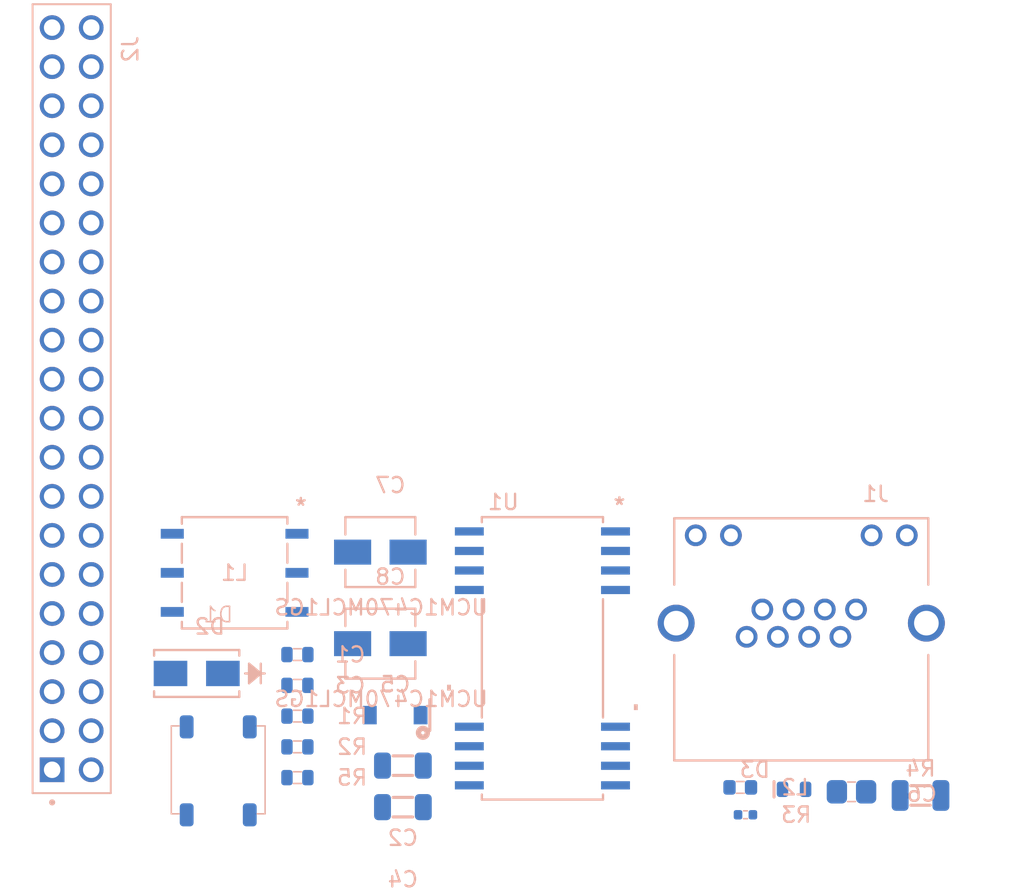
<source format=kicad_pcb>
(kicad_pcb (version 20240108) (generator "pcbnew") (generator_version "8.0")
  (layers (0 "F.Cu" signal) (31 "B.Cu" signal) (34 "B.Paste" user) (35 "F.Paste" user) (36 "B.SilkS" user "B.Silkscreen") (37 "F.SilkS" user "F.Silkscreen") (38 "B.Mask" user) (39 "F.Mask" user) (44 "Edge.Cuts" user))
  (net 0 "")
  (net 1 "+3.3V")
  (net 2 "GND")
  (net 3 "+5V")
  (net 4 "Earth")
  (net 5 "/RJ45_SHIELD")
  (net 6 "Net-(D1-Pad1)")
  (net 7 "Net-(D1-Pad2)")
  (net 8 "Net-(D3-Pad1)")
  (net 9 "Net-(J1-Pad10)")
  (net 12 "/A_RS485")
  (net 13 "Net-(J1-Pad12)")
  (net 14 "/Y_RS485")
  (net 15 "/B_RS485")
  (net 16 "/Z_RS485")
  (net 45 "Net-(J2-PWM1{slash}GPIO13)")
  (net 49 "Net-(U1-ST2)")
  (net 51 "Net-(U1-ST1)")
  (footprint "AVR-KiCAD-Lib-Connectors:AMPHENOL_RJHSE-5381" (layer "B.Cu") (at 149.435296 72.215 180)
    (property "Reference" "J1" (at -4.83263 11.82727 0) (layer "B.SilkS") (effects (font (size 1.00137 1.00137)) (justify mirror)))
    (property "Value" "RJHSE-5381")
    (fp_line (start 8.255 10.25) (end -8.255 10.25) (stroke (width 0.1524)) (layer "B.SilkS"))
    (fp_line (start 8.255 5.93) (end 8.255 10.25) (stroke (width 0.1524)) (layer "B.SilkS"))
    (fp_line (start 8.255 -5.5) (end 8.255 1.36) (stroke (width 0.1524)) (layer "B.SilkS"))
    (fp_line (start -8.255 10.25) (end -8.255 5.93) (stroke (width 0.1524)) (layer "B.SilkS"))
    (fp_line (start -8.255 1.36) (end -8.255 -5.5) (stroke (width 0.1524)) (layer "B.SilkS"))
    (fp_line (start -8.255 -5.5) (end 8.255 -5.5) (stroke (width 0.1524)) (layer "B.SilkS"))
    (pad "" np_thru_hole circle (at -6.35 0 180) (size 3.25 3.25) (drill 3.25) (layers "*.Cu" "*.Mask"))
    (pad "" np_thru_hole circle (at 6.35 0 180) (size 3.25 3.25) (drill 3.25) (layers "*.Cu" "*.Mask"))
    (pad "1" thru_hole circle (at 3.55 2.54 180) (size 1.408 1.408) (drill 0.9) (layers "*.Cu" "*.Mask") (net 12 "/A_RS485"))
    (pad "2" thru_hole circle (at 2.53 4.32 180) (size 1.408 1.408) (drill 0.9) (layers "*.Cu" "*.Mask") (net 15 "/B_RS485"))
    (pad "3" thru_hole circle (at 1.52 2.54 180) (size 1.408 1.408) (drill 0.9) (layers "*.Cu" "*.Mask"))
    (pad "4" thru_hole circle (at 0.5 4.32 180) (size 1.408 1.408) (drill 0.9) (layers "*.Cu" "*.Mask"))
    (pad "5" thru_hole circle (at -0.51 2.54 180) (size 1.408 1.408) (drill 0.9) (layers "*.Cu" "*.Mask"))
    (pad "6" thru_hole circle (at -1.53 4.32 180) (size 1.408 1.408) (drill 0.9) (layers "*.Cu" "*.Mask"))
    (pad "7" thru_hole circle (at -2.54 2.54 180) (size 1.408 1.408) (drill 0.9) (layers "*.Cu" "*.Mask") (net 14 "/Y_RS485"))
    (pad "8" thru_hole circle (at -3.56 4.32 180) (size 1.408 1.408) (drill 0.9) (layers "*.Cu" "*.Mask") (net 16 "/Z_RS485"))
    (pad "9" thru_hole circle (at 6.86 9.14 180) (size 1.408 1.408) (drill 0.9) (layers "*.Cu" "*.Mask") (net 2 "GND"))
    (pad "10" thru_hole circle (at 4.57 9.14 180) (size 1.408 1.408) (drill 0.9) (layers "*.Cu" "*.Mask") (net 9 "Net-(J1-Pad10)"))
    (pad "11" thru_hole circle (at -4.57 9.14 180) (size 1.408 1.408) (drill 0.9) (layers "*.Cu" "*.Mask") (net 2 "GND"))
    (pad "12" thru_hole circle (at -6.86 9.14 180) (size 1.408 1.408) (drill 0.9) (layers "*.Cu" "*.Mask") (net 13 "Net-(J1-Pad12)"))
    (pad "S1" thru_hole circle (at 8.13 3.43 180) (size 2.4 2.4) (drill 1.6) (layers "*.Cu" "*.Mask") (net 5 "/RJ45_SHIELD"))
    (pad "S2" thru_hole circle (at -8.13 3.43 180) (size 2.4 2.4) (drill 1.6) (layers "*.Cu" "*.Mask") (net 5 "/RJ45_SHIELD"))
  )
  (footprint "AVR-KiCAD-Lib-Resistors:R1206" (layer "B.Cu") (at 157.185296 79.99 180)
    (property "Reference" "R4" (at 0 1.75 0) (layer "B.SilkS") (effects (justify mirror)))
    (property "Value" "RC1206FR-071ML")
    (fp_line (start 0.635 0.635) (end -0.635 0.635) (stroke (width 0.2)) (layer "B.SilkS"))
    (fp_line (start -0.635 -0.635) (end 0.635 -0.635) (stroke (width 0.2)) (layer "B.SilkS"))
    (pad "1" smd roundrect (at -1.325 0 180) (size 1.1 2) (layers "B.Cu" "B.Paste" "B.Mask") (net 2 "GND"))
    (pad "2" smd roundrect (at 1.325 0 180) (size 1.1 2) (layers "B.Cu" "B.Paste" "B.Mask") (net 5 "/RJ45_SHIELD"))
  )
  (footprint "AVR-KiCAD-Lib-Capacitors:C0603" (layer "B.Cu") (at 116.690296 72.83 180)
    (property "Reference" "C3" (at -3.429 0 0) (layer "B.SilkS") (effects (justify mirror)))
    (property "Value" "CL10B104JB8NNNC" (hide yes))
    (fp_line (start 0.254 0.381) (end -0.254 0.381) (stroke (width 0.1)) (layer "B.SilkS"))
    (fp_line (start 0.254 -0.381) (end -0.254 -0.381) (stroke (width 0.1)) (layer "B.SilkS"))
    (pad "1" smd roundrect (at -0.68 0 180) (size 0.74 1) (layers "B.Cu" "B.Paste" "B.Mask") (net 4 "Earth"))
    (pad "2" smd roundrect (at 0.68 0 180) (size 0.74 1) (layers "B.Cu" "B.Paste" "B.Mask") (net 3 "+5V"))
  )
  (footprint "AVR-KiCAD-Lib-Resistors:R0603" (layer "B.Cu") (at 116.690296 74.83 180)
    (property "Reference" "R1" (at -3.556 0 0) (layer "B.SilkS") (effects (justify mirror)))
    (property "Value" "RC0603FR-07470RL")
    (fp_line (start 0.254 0.381) (end -0.254 0.381) (stroke (width 0.1)) (layer "B.SilkS"))
    (fp_line (start 0.254 -0.381) (end -0.254 -0.381) (stroke (width 0.1)) (layer "B.SilkS"))
    (pad "1" smd roundrect (at -0.68 0 180) (size 0.74 1) (layers "B.Cu" "B.Paste" "B.Mask") (net 13 "Net-(J1-Pad12)"))
    (pad "2" smd roundrect (at 0.68 0 180) (size 0.74 1) (layers "B.Cu" "B.Paste" "B.Mask"))
  )
  (footprint "AVR-KiCAD-Lib-Diodes:D_SOD-123" (layer "B.Cu") (at 123.045296 74.765 180)
    (property "Reference" "C5" (at 0 2 0) (layer "B.SilkS") (effects (justify mirror)))
    (property "Value" "C1206C105K3RACAUTO")
    (fp_line (start -2.25 -1) (end -2.25 1) (stroke (width 0.2)) (layer "B.SilkS"))
    (fp_circle (center -1.8 -1.15) (end -1.688197 -1.15) (stroke (width 0.35)) (fill none) (layer "B.SilkS"))
    (pad "1" smd rect (at 1.65 0 180) (size 0.9 1.2) (layers "B.Cu" "B.Paste" "B.Mask") (net 4 "Earth"))
    (pad "2" smd rect (at -1.65 0 180) (size 0.9 1.2) (layers "B.Cu" "B.Paste" "B.Mask") (net 3 "+5V"))
  )
  (footprint "AVR-KiCAD-Lib-Resistors:R0603" (layer "B.Cu") (at 116.690296 78.83 180)
    (property "Reference" "R5" (at -3.556 0 0) (layer "B.SilkS") (effects (justify mirror)))
    (property "Value" "RC0603FR-07470RL")
    (fp_line (start 0.254 0.381) (end -0.254 0.381) (stroke (width 0.1)) (layer "B.SilkS"))
    (fp_line (start 0.254 -0.381) (end -0.254 -0.381) (stroke (width 0.1)) (layer "B.SilkS"))
    (pad "1" smd roundrect (at -0.68 0 180) (size 0.74 1) (layers "B.Cu" "B.Paste" "B.Mask") (net 8 "Net-(D3-Pad1)"))
    (pad "2" smd roundrect (at 0.68 0 180) (size 0.74 1) (layers "B.Cu" "B.Paste" "B.Mask") (net 45 "Net-(J2-PWM1{slash}GPIO13)"))
  )
  (footprint "AVR-KiCAD-Lib-Capacitors:UCM1C470MCL1GS" (layer "B.Cu") (at 122.080196 64.1665 180)
    (property "Reference" "C7" (at -0.65 4.35 0) (layer "B.SilkS") (effects (justify mirror)))
    (property "Value" "UCM1C470MCL1GS" (at -0.05 -3.6 0) (layer "B.SilkS") (effects (justify mirror)))
    (fp_line (start 2.2733 2.2733) (end 2.2733 1.14554) (stroke (width 0.1524)) (layer "B.SilkS"))
    (fp_line (start 2.2733 -1.14554) (end 2.2733 -2.2733) (stroke (width 0.1524)) (layer "B.SilkS"))
    (fp_line (start 2.2733 -2.2733) (end -2.2733 -2.2733) (stroke (width 0.1524)) (layer "B.SilkS"))
    (fp_line (start -2.2733 2.2733) (end 2.2733 2.2733) (stroke (width 0.1524)) (layer "B.SilkS"))
    (fp_line (start -2.2733 1.14554) (end -2.2733 2.2733) (stroke (width 0.1524)) (layer "B.SilkS"))
    (fp_line (start -2.2733 -2.2733) (end -2.2733 -1.14554) (stroke (width 0.1524)) (layer "B.SilkS"))
    (pad "1" smd rect (at -1.8034 0 180) (size 2.413 1.6256) (layers "B.Cu" "B.Paste" "B.Mask") (net 3 "+5V"))
    (pad "2" smd rect (at 1.8034 0 180) (size 2.413 1.6256) (layers "B.Cu" "B.Paste" "B.Mask") (net 2 "GND"))
  )
  (footprint "AVR-KiCAD-Lib-Diodes:SMAJ30CA" (layer "B.Cu") (at 110.144496 72.0572 180)
    (property "Reference" "D2" (at -0.85 3.05 0) (layer "B.SilkS") (effects (justify mirror)))
    (property "Value" "SMAJ30CA")
    (fp_line (start 2.7686 1.524) (end 2.7686 1.15824) (stroke (width 0.1524)) (layer "B.SilkS"))
    (fp_line (start 2.7686 -1.15824) (end 2.7686 -1.524) (stroke (width 0.1524)) (layer "B.SilkS"))
    (fp_line (start 2.7686 -1.524) (end -2.7686 -1.524) (stroke (width 0.1524)) (layer "B.SilkS"))
    (fp_line (start -2.7686 1.524) (end 2.7686 1.524) (stroke (width 0.1524)) (layer "B.SilkS"))
    (fp_line (start -2.7686 1.15824) (end -2.7686 1.524) (stroke (width 0.1524)) (layer "B.SilkS"))
    (fp_line (start -2.7686 -1.524) (end -2.7686 -1.15824) (stroke (width 0.1524)) (layer "B.SilkS"))
    (fp_line (start -3.4036 0.635) (end -4.1656 0) (stroke (width 0.1524)) (layer "B.SilkS"))
    (fp_line (start -3.4036 0.508) (end -4.1656 0) (stroke (width 0.1524)) (layer "B.SilkS"))
    (fp_line (start -3.4036 0.381) (end -4.1656 0) (stroke (width 0.1524)) (layer "B.SilkS"))
    (fp_line (start -3.4036 0.254) (end -4.1656 0) (stroke (width 0.1524)) (layer "B.SilkS"))
    (fp_line (start -3.4036 0.127) (end -4.1656 0) (stroke (width 0.1524)) (layer "B.SilkS"))
    (fp_line (start -3.4036 -0.127) (end -4.1656 0) (stroke (width 0.1524)) (layer "B.SilkS"))
    (fp_line (start -3.4036 -0.254) (end -4.1656 0) (stroke (width 0.1524)) (layer "B.SilkS"))
    (fp_line (start -3.4036 -0.381) (end -4.1656 0) (stroke (width 0.1524)) (layer "B.SilkS"))
    (fp_line (start -3.4036 -0.508) (end -4.1656 0) (stroke (width 0.1524)) (layer "B.SilkS"))
    (fp_line (start -3.4036 -0.635) (end -3.4036 0.635) (stroke (width 0.1524)) (layer "B.SilkS"))
    (fp_line (start -3.4036 -0.635) (end -4.1656 0) (stroke (width 0.1524)) (layer "B.SilkS"))
    (fp_line (start -4.1656 -0.635) (end -4.1656 0.635) (stroke (width 0.1524)) (layer "B.SilkS"))
    (fp_line (start -4.4196 0) (end -3.1496 0) (stroke (width 0.1524)) (layer "B.SilkS"))
    (pad "1" smd rect (at -1.7018 0 90) (size 1.651 2.1844) (layers "B.Cu" "B.Paste" "B.Mask") (net 5 "/RJ45_SHIELD"))
    (pad "2" smd rect (at 1.7018 0 90) (size 1.651 2.1844) (layers "B.Cu" "B.Paste" "B.Mask") (net 2 "GND"))
  )
  (footprint "AVR-KiCAD-Lib-Connectors:SULLINS_PPPC202LFBN-RC_RPi5" (layer "B.Cu") (at 102.02 54.19 -90)
    (property "Reference" "J2" (at -22.725 -3.81 90) (layer "B.SilkS") (effects (justify mirror)))
    (property "Value" "Raspberry_Pi_2_3")
    (fp_line (start -25.65 2.54) (end 25.65 2.54) (stroke (width 0.127)) (layer "B.SilkS"))
    (fp_line (start 25.65 2.54) (end 25.65 -2.54) (stroke (width 0.127)) (layer "B.SilkS"))
    (fp_line (start -25.65 -2.54) (end -25.65 2.54) (stroke (width 0.127)) (layer "B.SilkS"))
    (fp_line (start 25.65 -2.54) (end -25.65 -2.54) (stroke (width 0.127)) (layer "B.SilkS"))
    (fp_circle (center 26.25 1.27) (end 26.35 1.27) (stroke (width 0.2)) (fill none) (layer "B.SilkS"))
    (pad "1" thru_hole rect (at 24.13 1.27 270) (size 1.605 1.605) (drill 1.07) (layers "*.Cu" "*.Mask"))
    (pad "2" thru_hole circle (at 24.13 -1.27 270) (size 1.605 1.605) (drill 1.07) (layers "*.Cu" "*.Mask") (net 3 "+5V"))
    (pad "3" thru_hole circle (at 21.59 1.27 270) (size 1.605 1.605) (drill 1.07) (layers "*.Cu" "*.Mask"))
    (pad "4" thru_hole circle (at 21.59 -1.27 270) (size 1.605 1.605) (drill 1.07) (layers "*.Cu" "*.Mask") (net 3 "+5V"))
    (pad "5" thru_hole circle (at 19.05 1.27 270) (size 1.605 1.605) (drill 1.07) (layers "*.Cu" "*.Mask"))
    (pad "6" thru_hole circle (at 19.05 -1.27 270) (size 1.605 1.605) (drill 1.07) (layers "*.Cu" "*.Mask") (net 2 "GND"))
    (pad "7" thru_hole circle (at 16.51 1.27 270) (size 1.605 1.605) (drill 1.07) (layers "*.Cu" "*.Mask"))
    (pad "8" thru_hole circle (at 16.51 -1.27 270) (size 1.605 1.605) (drill 1.07) (layers "*.Cu" "*.Mask"))
    (pad "9" thru_hole circle (at 13.97 1.27 270) (size 1.605 1.605) (drill 1.07) (layers "*.Cu" "*.Mask") (net 2 "GND"))
    (pad "10" thru_hole circle (at 13.97 -1.27 270) (size 1.605 1.605) (drill 1.07) (layers "*.Cu" "*.Mask"))
    (pad "11" thru_hole circle (at 11.43 1.27 270) (size 1.605 1.605) (drill 1.07) (layers "*.Cu" "*.Mask"))
    (pad "12" thru_hole circle (at 11.43 -1.27 270) (size 1.605 1.605) (drill 1.07) (layers "*.Cu" "*.Mask"))
    (pad "13" thru_hole circle (at 8.89 1.27 270) (size 1.605 1.605) (drill 1.07) (layers "*.Cu" "*.Mask"))
    (pad "14" thru_hole circle (at 8.89 -1.27 270) (size 1.605 1.605) (drill 1.07) (layers "*.Cu" "*.Mask") (net 2 "GND"))
    (pad "15" thru_hole circle (at 6.35 1.27 270) (size 1.605 1.605) (drill 1.07) (layers "*.Cu" "*.Mask"))
    (pad "16" thru_hole circle (at 6.35 -1.27 270) (size 1.605 1.605) (drill 1.07) (layers "*.Cu" "*.Mask"))
    (pad "17" thru_hole circle (at 3.81 1.27 270) (size 1.605 1.605) (drill 1.07) (layers "*.Cu" "*.Mask"))
    (pad "18" thru_hole circle (at 3.81 -1.27 270) (size 1.605 1.605) (drill 1.07) (layers "*.Cu" "*.Mask"))
    (pad "19" thru_hole circle (at 1.27 1.27 270) (size 1.605 1.605) (drill 1.07) (layers "*.Cu" "*.Mask"))
    (pad "20" thru_hole circle (at 1.27 -1.27 270) (size 1.605 1.605) (drill 1.07) (layers "*.Cu" "*.Mask") (net 2 "GND"))
    (pad "21" thru_hole circle (at -1.27 1.27 270) (size 1.605 1.605) (drill 1.07) (layers "*.Cu" "*.Mask"))
    (pad "22" thru_hole circle (at -1.27 -1.27 270) (size 1.605 1.605) (drill 1.07) (layers "*.Cu" "*.Mask"))
    (pad "23" thru_hole circle (at -3.81 1.27 270) (size 1.605 1.605) (drill 1.07) (layers "*.Cu" "*.Mask"))
    (pad "24" thru_hole circle (at -3.81 -1.27 270) (size 1.605 1.605) (drill 1.07) (layers "*.Cu" "*.Mask"))
    (pad "25" thru_hole circle (at -6.35 1.27 270) (size 1.605 1.605) (drill 1.07) (layers "*.Cu" "*.Mask") (net 2 "GND"))
    (pad "26" thru_hole circle (at -6.35 -1.27 270) (size 1.605 1.605) (drill 1.07) (layers "*.Cu" "*.Mask"))
    (pad "27" thru_hole circle (at -8.89 1.27 270) (size 1.605 1.605) (drill 1.07) (layers "*.Cu" "*.Mask"))
    (pad "28" thru_hole circle (at -8.89 -1.27 270) (size 1.605 1.605) (drill 1.07) (layers "*.Cu" "*.Mask"))
    (pad "29" thru_hole circle (at -11.43 1.27 270) (size 1.605 1.605) (drill 1.07) (layers "*.Cu" "*.Mask"))
    (pad "30" thru_hole circle (at -11.43 -1.27 270) (size 1.605 1.605) (drill 1.07) (layers "*.Cu" "*.Mask") (net 2 "GND"))
    (pad "31" thru_hole circle (at -13.97 1.27 270) (size 1.605 1.605) (drill 1.07) (layers "*.Cu" "*.Mask"))
    (pad "32" thru_hole circle (at -13.97 -1.27 270) (size 1.605 1.605) (drill 1.07) (layers "*.Cu" "*.Mask"))
    (pad "33" thru_hole circle (at -16.51 1.27 270) (size 1.605 1.605) (drill 1.07) (layers "*.Cu" "*.Mask") (net 45 "Net-(J2-PWM1{slash}GPIO13)"))
    (pad "34" thru_hole circle (at -16.51 -1.27 270) (size 1.605 1.605) (drill 1.07) (layers "*.Cu" "*.Mask") (net 2 "GND"))
    (pad "35" thru_hole circle (at -19.05 1.27 270) (size 1.605 1.605) (drill 1.07) (layers "*.Cu" "*.Mask"))
    (pad "36" thru_hole circle (at -19.05 -1.27 270) (size 1.605 1.605) (drill 1.07) (layers "*.Cu" "*.Mask"))
    (pad "37" thru_hole circle (at -21.59 1.27 270) (size 1.605 1.605) (drill 1.07) (layers "*.Cu" "*.Mask"))
    (pad "38" thru_hole circle (at -21.59 -1.27 270) (size 1.605 1.605) (drill 1.07) (layers "*.Cu" "*.Mask"))
    (pad "39" thru_hole circle (at -24.13 1.27 270) (size 1.605 1.605) (drill 1.07) (layers "*.Cu" "*.Mask") (net 2 "GND"))
    (pad "40" thru_hole circle (at -24.13 -1.27 270) (size 1.605 1.605) (drill 1.07) (layers "*.Cu" "*.Mask"))
  )
  (footprint "AVR-KiCAD-Lib-Capacitors:C0805" (layer "B.Cu") (at 152.699796 79.752 180)
    (property "Reference" "C6" (at -4.572 -0.127 0) (layer "B.SilkS") (effects (justify mirror)))
    (property "Value" "C0805C103KCRACAUTO" (hide yes))
    (fp_line (start 0.254 0.635) (end -0.254 0.635) (stroke (width 0.1)) (layer "B.SilkS"))
    (fp_line (start 0.254 -0.635) (end -0.254 -0.635) (stroke (width 0.1)) (layer "B.SilkS"))
    (pad "1" smd roundrect (at -0.95 0 180) (size 1.321 1.524) (layers "B.Cu" "B.Paste" "B.Mask") (net 5 "/RJ45_SHIELD"))
    (pad "2" smd roundrect (at 0.95 0 180) (size 1.321 1.524) (layers "B.Cu" "B.Paste" "B.Mask") (net 2 "GND"))
  )
  (footprint "AVR-KiCAD-Lib-Resistors:R0603" (layer "B.Cu") (at 116.690296 76.83 180)
    (property "Reference" "R2" (at -3.556 0 0) (layer "B.SilkS") (effects (justify mirror)))
    (property "Value" "RC0603FR-07470RL")
    (fp_line (start 0.254 0.381) (end -0.254 0.381) (stroke (width 0.1)) (layer "B.SilkS"))
    (fp_line (start 0.254 -0.381) (end -0.254 -0.381) (stroke (width 0.1)) (layer "B.SilkS"))
    (pad "1" smd roundrect (at -0.68 0 180) (size 0.74 1) (layers "B.Cu" "B.Paste" "B.Mask") (net 9 "Net-(J1-Pad10)"))
    (pad "2" smd roundrect (at 0.68 0 180) (size 0.74 1) (layers "B.Cu" "B.Paste" "B.Mask"))
  )
  (footprint "AVR-KiCAD-Lib-Diodes:LMB110S-TP" (layer "B.Cu") (at 111.542296 78.39 180)
    (property "Reference" "D1" (at 0 10.16 0) (layer "B.SilkS") (effects (font (thickness 0.1)) (justify mirror)))
    (property "Value" "LMB110S-TP")
    (fp_line (start 3.048 2.921) (end 3.048 -2.794) (stroke (width 0.1)) (layer "B.SilkS"))
    (fp_line (start 3.048 -2.794) (end 2.54 -2.794) (stroke (width 0.1)) (layer "B.SilkS"))
    (fp_line (start 2.54 2.921) (end 3.048 2.921) (stroke (width 0.1)) (layer "B.SilkS"))
    (fp_line (start -2.54 -2.794) (end -3.048 -2.794) (stroke (width 0.1)) (layer "B.SilkS"))
    (fp_line (start -3.048 2.921) (end -2.54 2.921) (stroke (width 0.1)) (layer "B.SilkS"))
    (fp_line (start -3.048 -2.794) (end -3.048 2.921) (stroke (width 0.1)) (layer "B.SilkS"))
    (pad "1" smd roundrect (at 2.05 2.86 180) (size 0.9 1.5) (layers "B.Cu" "B.Paste" "B.Mask") (net 6 "Net-(D1-Pad1)"))
    (pad "2" smd roundrect (at 2.05 -2.86 180) (size 0.9 1.5) (layers "B.Cu" "B.Paste" "B.Mask") (net 7 "Net-(D1-Pad2)"))
    (pad "3" smd roundrect (at -2.05 -2.86 180) (size 0.9 1.5) (layers "B.Cu" "B.Paste" "B.Mask") (net 3 "+5V"))
    (pad "4" smd roundrect (at -2.05 2.86 180) (size 0.9 1.5) (layers "B.Cu" "B.Paste" "B.Mask") (net 4 "Earth"))
  )
  (footprint "AVR-KiCAD-Lib-Transformers:SO6_Q4470-CL_C-SIZE_COC" (layer "B.Cu") (at 112.609496 65.5127 180)
    (property "Reference" "L1" (at 0 0 0) (layer "B.SilkS") (effects (justify mirror)))
    (property "Value" "Q4470-CL")
    (fp_line (start 3.429 3.6195) (end 3.429 3.19024) (stroke (width 0.1524)) (layer "B.SilkS"))
    (fp_line (start 3.429 1.88976) (end 3.429 0.65024) (stroke (width 0.1524)) (layer "B.SilkS"))
    (fp_line (start 3.429 -0.65024) (end 3.429 -1.88976) (stroke (width 0.1524)) (layer "B.SilkS"))
    (fp_line (start 3.429 -3.19024) (end 3.429 -3.6195) (stroke (width 0.1524)) (layer "B.SilkS"))
    (fp_line (start 3.429 -3.6195) (end -3.429 -3.6195) (stroke (width 0.1524)) (layer "B.SilkS"))
    (fp_line (start -3.429 3.6195) (end 3.429 3.6195) (stroke (width 0.1524)) (layer "B.SilkS"))
    (fp_line (start -3.429 3.19024) (end -3.429 3.6195) (stroke (width 0.1524)) (layer "B.SilkS"))
    (fp_line (start -3.429 0.65024) (end -3.429 1.88976) (stroke (width 0.1524)) (layer "B.SilkS"))
    (fp_line (start -3.429 -1.88976) (end -3.429 -0.65024) (stroke (width 0.1524)) (layer "B.SilkS"))
    (fp_line (start -3.429 -3.6195) (end -3.429 -3.19024) (stroke (width 0.1524)) (layer "B.SilkS"))
    (fp_text user "*" (at -4.3053 4.318 0) (layer "B.SilkS") (effects (justify mirror)))
    (fp_text user "*" (at -4.3053 4.318 0) (layer "B.SilkS") (effects (justify mirror)))
    (pad "1" smd rect (at -4.0513 2.54 180) (size 1.4986 0.635) (layers "B.Cu" "B.Paste" "B.Mask") (net 49 "Net-(U1-ST2)"))
    (pad "2" smd rect (at -4.0513 0 180) (size 1.4986 0.635) (layers "B.Cu" "B.Paste" "B.Mask"))
    (pad "3" smd rect (at -4.0513 -2.54 180) (size 1.4986 0.635) (layers "B.Cu" "B.Paste" "B.Mask") (net 51 "Net-(U1-ST1)"))
    (pad "4" smd rect (at 4.0513 -2.54 180) (size 1.4986 0.635) (layers "B.Cu" "B.Paste" "B.Mask") (net 6 "Net-(D1-Pad1)"))
    (pad "5" smd rect (at 4.0513 0 180) (size 1.4986 0.635) (layers "B.Cu" "B.Paste" "B.Mask"))
    (pad "6" smd rect (at 4.0513 2.54 180) (size 1.4986 0.635) (layers "B.Cu" "B.Paste" "B.Mask") (net 7 "Net-(D1-Pad2)"))
  )
  (footprint "AVR-KiCAD-Lib-ICs:21-0145_W28M&plus_9_MXM" (layer "B.Cu") (at 132.612696 71.0753 180)
    (property "Reference" "U1" (at 2.54 10.16 0) (layer "B.SilkS") (effects (justify mirror)))
    (property "Value" "MAX3535ECWI+T")
    (fp_line (start 3.937 9.1821) (end 3.937 8.85444) (stroke (width 0.1524)) (layer "B.SilkS"))
    (fp_line (start 3.937 3.84556) (end 3.937 -3.84556) (stroke (width 0.1524)) (layer "B.SilkS"))
    (fp_line (start 3.937 -8.85444) (end 3.937 -9.1821) (stroke (width 0.1524)) (layer "B.SilkS"))
    (fp_line (start 3.937 -9.1821) (end -3.937 -9.1821) (stroke (width 0.1524)) (layer "B.SilkS"))
    (fp_line (start -3.937 9.1821) (end 3.937 9.1821) (stroke (width 0.1524)) (layer "B.SilkS"))
    (fp_line (start -3.937 8.85444) (end -3.937 9.1821) (stroke (width 0.1524)) (layer "B.SilkS"))
    (fp_line (start -3.937 -3.84556) (end -3.937 3.84556) (stroke (width 0.1524)) (layer "B.SilkS"))
    (fp_line (start -3.937 -9.1821) (end -3.937 -8.85444) (stroke (width 0.1524)) (layer "B.SilkS"))
    (fp_poly (pts (xy 6.1976 -1.7145) (xy 6.1976 -2.0955) (xy 5.9436 -2.0955) (xy 5.9436 -1.7145)) (fill solid) (layer "B.SilkS"))
    (fp_poly (pts (xy -6.1976 -2.9845) (xy -6.1976 -3.3655) (xy -5.9436 -3.3655) (xy -5.9436 -2.9845)) (fill solid) (layer "B.SilkS"))
    (fp_text user "*" (at -5.0038 9.9314 0) (layer "B.SilkS") (effects (justify mirror)))
    (fp_text user "*" (at -5.0038 9.9314 0) (layer "B.SilkS") (effects (justify mirror)))
    (pad "1" smd rect (at -4.7498 8.255 180) (size 1.8796 0.5334) (layers "B.Cu" "B.Paste" "B.Mask") (net 1 "+3.3V"))
    (pad "2" smd rect (at -4.7498 6.985 180) (size 1.8796 0.5334) (layers "B.Cu" "B.Paste" "B.Mask") (net 51 "Net-(U1-ST1)"))
    (pad "3" smd rect (at -4.7498 5.715 180) (size 1.8796 0.5334) (layers "B.Cu" "B.Paste" "B.Mask") (net 49 "Net-(U1-ST2)"))
    (pad "4" smd rect (at -4.7498 4.445 180) (size 1.8796 0.5334) (layers "B.Cu" "B.Paste" "B.Mask") (net 2 "GND"))
    (pad "11" smd rect (at -4.7498 -4.445 180) (size 1.8796 0.5334) (layers "B.Cu" "B.Paste" "B.Mask") (net 4 "Earth"))
    (pad "12" smd rect (at -4.7498 -5.715 180) (size 1.8796 0.5334) (layers "B.Cu" "B.Paste" "B.Mask") (net 16 "/Z_RS485"))
    (pad "13" smd rect (at -4.7498 -6.985 180) (size 1.8796 0.5334) (layers "B.Cu" "B.Paste" "B.Mask") (net 14 "/Y_RS485"))
    (pad "14" smd rect (at -4.7498 -8.255 180) (size 1.8796 0.5334) (layers "B.Cu" "B.Paste" "B.Mask") (net 3 "+5V"))
    (pad "15" smd rect (at 4.7498 -8.255 180) (size 1.8796 0.5334) (layers "B.Cu" "B.Paste" "B.Mask") (net 15 "/B_RS485"))
    (pad "16" smd rect (at 4.7498 -6.985 180) (size 1.8796 0.5334) (layers "B.Cu" "B.Paste" "B.Mask") (net 12 "/A_RS485"))
    (pad "17" smd rect (at 4.7498 -5.715 180) (size 1.8796 0.5334) (layers "B.Cu" "B.Paste" "B.Mask"))
    (pad "18" smd rect (at 4.7498 -4.445 180) (size 1.8796 0.5334) (layers "B.Cu" "B.Paste" "B.Mask") (net 4 "Earth"))
    (pad "25" smd rect (at 4.7498 4.445 180) (size 1.8796 0.5334) (layers "B.Cu" "B.Paste" "B.Mask"))
    (pad "26" smd rect (at 4.7498 5.715 180) (size 1.8796 0.5334) (layers "B.Cu" "B.Paste" "B.Mask"))
    (pad "27" smd rect (at 4.7498 6.985 180) (size 1.8796 0.5334) (layers "B.Cu" "B.Paste" "B.Mask"))
    (pad "28" smd rect (at 4.7498 8.255 180) (size 1.8796 0.5334) (layers "B.Cu" "B.Paste" "B.Mask"))
  )
  (footprint "AVR-KiCAD-Lib-Capacitors:C1206" (layer "B.Cu") (at 123.545296 80.75 180)
    (property "Reference" "C4" (at 0 -4.699 0) (layer "B.SilkS") (effects (justify mirror)))
    (property "Value" "CGA5L3X5R1V106K160AB" (hide yes))
    (fp_line (start 0.635 0.635) (end -0.635 0.635) (stroke (width 0.2)) (layer "B.SilkS"))
    (fp_line (start -0.635 -0.635) (end 0.635 -0.635) (stroke (width 0.2)) (layer "B.SilkS"))
    (pad "1" smd roundrect (at -1.325 0 180) (size 1.1 1.7) (layers "B.Cu" "B.Paste" "B.Mask") (net 4 "Earth"))
    (pad "2" smd roundrect (at 1.325 0 180) (size 1.1 1.7) (layers "B.Cu" "B.Paste" "B.Mask") (net 3 "+5V"))
  )
  (footprint "AVR-KiCAD-Lib-Capacitors:C1206" (layer "B.Cu") (at 123.545296 78.05 180)
    (property "Reference" "C2" (at 0 -4.699 0) (layer "B.SilkS") (effects (justify mirror)))
    (property "Value" "CGA5L3X5R1V106K160AB" (hide yes))
    (fp_line (start 0.635 0.635) (end -0.635 0.635) (stroke (width 0.2)) (layer "B.SilkS"))
    (fp_line (start -0.635 -0.635) (end 0.635 -0.635) (stroke (width 0.2)) (layer "B.SilkS"))
    (pad "1" smd roundrect (at -1.325 0 180) (size 1.1 1.7) (layers "B.Cu" "B.Paste" "B.Mask") (net 2 "GND"))
    (pad "2" smd roundrect (at 1.325 0 180) (size 1.1 1.7) (layers "B.Cu" "B.Paste" "B.Mask") (net 1 "+3.3V"))
  )
  (footprint "AVR-KiCAD-Lib-Capacitors:UCM1C470MCL1GS" (layer "B.Cu") (at 122.080196 70.1195 180)
    (property "Reference" "C8" (at -0.65 4.35 0) (layer "B.SilkS") (effects (justify mirror)))
    (property "Value" "UCM1C470MCL1GS" (at -0.05 -3.6 0) (layer "B.SilkS") (effects (justify mirror)))
    (fp_line (start 2.2733 2.2733) (end 2.2733 1.14554) (stroke (width 0.1524)) (layer "B.SilkS"))
    (fp_line (start 2.2733 -1.14554) (end 2.2733 -2.2733) (stroke (width 0.1524)) (layer "B.SilkS"))
    (fp_line (start 2.2733 -2.2733) (end -2.2733 -2.2733) (stroke (width 0.1524)) (layer "B.SilkS"))
    (fp_line (start -2.2733 2.2733) (end 2.2733 2.2733) (stroke (width 0.1524)) (layer "B.SilkS"))
    (fp_line (start -2.2733 1.14554) (end -2.2733 2.2733) (stroke (width 0.1524)) (layer "B.SilkS"))
    (fp_line (start -2.2733 -2.2733) (end -2.2733 -1.14554) (stroke (width 0.1524)) (layer "B.SilkS"))
    (pad "1" smd rect (at -1.8034 0 180) (size 2.413 1.6256) (layers "B.Cu" "B.Paste" "B.Mask") (net 3 "+5V"))
    (pad "2" smd rect (at 1.8034 0 180) (size 2.413 1.6256) (layers "B.Cu" "B.Paste" "B.Mask") (net 2 "GND"))
  )
  (footprint "AVR-KiCAD-Lib-Resistors:R0402" (layer "B.Cu") (at 145.807796 81.245 180)
    (property "Reference" "R3" (at -3.302 0 0) (layer "B.SilkS") (effects (justify mirror)))
    (property "Value" "AC0402FR-07120RL")
    (fp_line (start 0.127 0.254) (end -0.127 0.254) (stroke (width 0.1)) (layer "B.SilkS"))
    (fp_line (start 0.127 -0.254) (end -0.127 -0.254) (stroke (width 0.1)) (layer "B.SilkS"))
    (pad "1" smd roundrect (at -0.483 0 180) (size 0.559 0.61) (layers "B.Cu" "B.Paste" "B.Mask") (net 12 "/A_RS485"))
    (pad "2" smd roundrect (at 0.483 0 180) (size 0.559 0.61) (layers "B.Cu" "B.Paste" "B.Mask") (net 15 "/B_RS485"))
  )
  (footprint "AVR-KiCAD-Lib-Diodes:LED0603" (layer "B.Cu") (at 148.965296 79.59 180)
    (property "Reference" "D3" (at 2.546782 1.273388 0) (layer "B.SilkS") (effects (justify mirror)))
    (property "Value" "LTST-C194KGKT")
    (fp_line (start 1.3 -0.5) (end 1.3 0.5) (stroke (width 0.2)) (layer "B.SilkS"))
    (pad "1" smd roundrect (at -0.75 0 180) (size 0.75 1) (layers "B.Cu" "B.Paste" "B.Mask") (net 8 "Net-(D3-Pad1)"))
    (pad "2" smd roundrect (at 0.75 0 180) (size 0.75 1) (layers "B.Cu" "B.Paste" "B.Mask") (net 2 "GND"))
  )
  (footprint "AVR-KiCAD-Lib-Capacitors:C0603" (layer "B.Cu") (at 116.690296 70.83 180)
    (property "Reference" "C1" (at -3.429 0 0) (layer "B.SilkS") (effects (justify mirror)))
    (property "Value" "CL10B104JB8NNNC" (hide yes))
    (fp_line (start 0.254 0.381) (end -0.254 0.381) (stroke (width 0.1)) (layer "B.SilkS"))
    (fp_line (start 0.254 -0.381) (end -0.254 -0.381) (stroke (width 0.1)) (layer "B.SilkS"))
    (pad "1" smd roundrect (at -0.68 0 180) (size 0.74 1) (layers "B.Cu" "B.Paste" "B.Mask") (net 2 "GND"))
    (pad "2" smd roundrect (at 0.68 0 180) (size 0.74 1) (layers "B.Cu" "B.Paste" "B.Mask") (net 1 "+3.3V"))
  )
  (footprint "AVR-KiCAD-Lib-Inductors:MI0603K300R-10" (layer "B.Cu") (at 145.470296 79.465 180)
    (property "Reference" "L2" (at -3.556 0 0) (layer "B.SilkS") (effects (justify mirror)))
    (property "Value" "MI0603K300R-10")
    (fp_line (start 0.254 0.381) (end -0.254 0.381) (stroke (width 0.1)) (layer "B.SilkS"))
    (fp_line (start -0.254 -0.381) (end 0.254 -0.381) (stroke (width 0.1)) (layer "B.SilkS"))
    (pad "1" smd roundrect (at -0.7 0 180) (size 0.8 0.95) (layers "B.Cu" "B.Paste" "B.Mask") (net 5 "/RJ45_SHIELD"))
    (pad "2" smd roundrect (at 0.7 0 180) (size 0.8 0.95) (layers "B.Cu" "B.Paste" "B.Mask") (net 2 "GND"))
  )
)
</source>
